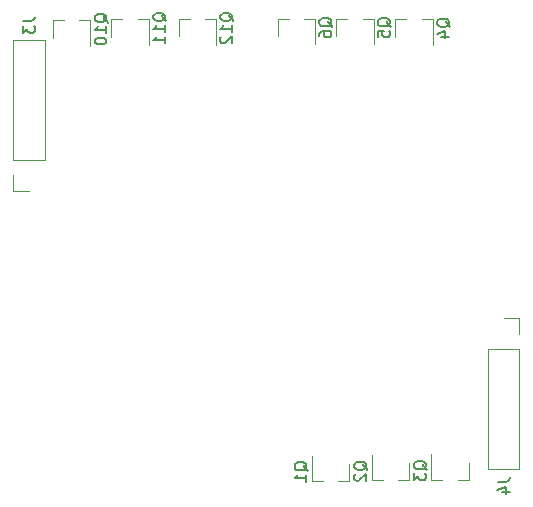
<source format=gbr>
G04 #@! TF.GenerationSoftware,KiCad,Pcbnew,5.0.1*
G04 #@! TF.CreationDate,2019-01-05T16:33:49+01:00*
G04 #@! TF.ProjectId,sensor_board-led,73656E736F725F626F6172642D6C6564,V1.2*
G04 #@! TF.SameCoordinates,Original*
G04 #@! TF.FileFunction,Legend,Bot*
G04 #@! TF.FilePolarity,Positive*
%FSLAX46Y46*%
G04 Gerber Fmt 4.6, Leading zero omitted, Abs format (unit mm)*
G04 Created by KiCad (PCBNEW 5.0.1) date Sat 05 Jan 2019 04:33:49 PM CET*
%MOMM*%
%LPD*%
G01*
G04 APERTURE LIST*
%ADD10C,0.120000*%
%ADD11C,0.150000*%
G04 APERTURE END LIST*
D10*
G04 #@! TO.C,J3*
X29924700Y-44687800D02*
X31254700Y-44687800D01*
X29924700Y-43357800D02*
X29924700Y-44687800D01*
X29924700Y-42087800D02*
X32584700Y-42087800D01*
X32584700Y-42087800D02*
X32584700Y-31867800D01*
X29924700Y-42087800D02*
X29924700Y-31867800D01*
X29924700Y-31867800D02*
X32584700Y-31867800D01*
G04 #@! TO.C,J4*
X72767500Y-68259000D02*
X70107500Y-68259000D01*
X72767500Y-58039000D02*
X72767500Y-68259000D01*
X70107500Y-58039000D02*
X70107500Y-68259000D01*
X72767500Y-58039000D02*
X70107500Y-58039000D01*
X72767500Y-56769000D02*
X72767500Y-55439000D01*
X72767500Y-55439000D02*
X71437500Y-55439000D01*
G04 #@! TO.C,Q1*
X58361300Y-69243340D02*
X58361300Y-67783340D01*
X55201300Y-69243340D02*
X55201300Y-67083340D01*
X55201300Y-69243340D02*
X56131300Y-69243340D01*
X58361300Y-69243340D02*
X57431300Y-69243340D01*
G04 #@! TO.C,Q2*
X63411300Y-69193340D02*
X62481300Y-69193340D01*
X60251300Y-69193340D02*
X61181300Y-69193340D01*
X60251300Y-69193340D02*
X60251300Y-67033340D01*
X63411300Y-69193340D02*
X63411300Y-67733340D01*
G04 #@! TO.C,Q3*
X68463000Y-69143340D02*
X68463000Y-67683340D01*
X65303000Y-69143340D02*
X65303000Y-66983340D01*
X65303000Y-69143340D02*
X66233000Y-69143340D01*
X68463000Y-69143340D02*
X67533000Y-69143340D01*
G04 #@! TO.C,Q4*
X62262900Y-30151800D02*
X62262900Y-31611800D01*
X65422900Y-30151800D02*
X65422900Y-32311800D01*
X65422900Y-30151800D02*
X64492900Y-30151800D01*
X62262900Y-30151800D02*
X63192900Y-30151800D01*
G04 #@! TO.C,Q5*
X57254180Y-30121600D02*
X58184180Y-30121600D01*
X60414180Y-30121600D02*
X59484180Y-30121600D01*
X60414180Y-30121600D02*
X60414180Y-32281600D01*
X57254180Y-30121600D02*
X57254180Y-31581600D01*
G04 #@! TO.C,Q6*
X52303000Y-30121320D02*
X52303000Y-31581320D01*
X55463000Y-30121320D02*
X55463000Y-32281320D01*
X55463000Y-30121320D02*
X54533000Y-30121320D01*
X52303000Y-30121320D02*
X53233000Y-30121320D01*
G04 #@! TO.C,Q10*
X33268800Y-30238160D02*
X34198800Y-30238160D01*
X36428800Y-30238160D02*
X35498800Y-30238160D01*
X36428800Y-30238160D02*
X36428800Y-32398160D01*
X33268800Y-30238160D02*
X33268800Y-31698160D01*
G04 #@! TO.C,Q11*
X38211640Y-30149260D02*
X38211640Y-31609260D01*
X41371640Y-30149260D02*
X41371640Y-32309260D01*
X41371640Y-30149260D02*
X40441640Y-30149260D01*
X38211640Y-30149260D02*
X39141640Y-30149260D01*
G04 #@! TO.C,Q12*
X43911600Y-30141540D02*
X44841600Y-30141540D01*
X47071600Y-30141540D02*
X46141600Y-30141540D01*
X47071600Y-30141540D02*
X47071600Y-32301540D01*
X43911600Y-30141540D02*
X43911600Y-31601540D01*
G04 #@! TO.C,J3*
D11*
X30735380Y-30298266D02*
X31449666Y-30298266D01*
X31592523Y-30250647D01*
X31687761Y-30155409D01*
X31735380Y-30012552D01*
X31735380Y-29917314D01*
X30735380Y-30679219D02*
X30735380Y-31298266D01*
X31116333Y-30964933D01*
X31116333Y-31107790D01*
X31163952Y-31203028D01*
X31211571Y-31250647D01*
X31306809Y-31298266D01*
X31544904Y-31298266D01*
X31640142Y-31250647D01*
X31687761Y-31203028D01*
X31735380Y-31107790D01*
X31735380Y-30822076D01*
X31687761Y-30726838D01*
X31640142Y-30679219D01*
G04 #@! TO.C,J4*
X70935380Y-69298266D02*
X71649666Y-69298266D01*
X71792523Y-69250647D01*
X71887761Y-69155409D01*
X71935380Y-69012552D01*
X71935380Y-68917314D01*
X71268714Y-70203028D02*
X71935380Y-70203028D01*
X70887761Y-69964933D02*
X71602047Y-69726838D01*
X71602047Y-70345885D01*
G04 #@! TO.C,Q1*
X54828919Y-68388101D02*
X54781300Y-68292863D01*
X54686061Y-68197625D01*
X54543204Y-68054768D01*
X54495585Y-67959530D01*
X54495585Y-67864292D01*
X54733680Y-67911911D02*
X54686061Y-67816673D01*
X54590823Y-67721435D01*
X54400347Y-67673816D01*
X54067014Y-67673816D01*
X53876538Y-67721435D01*
X53781300Y-67816673D01*
X53733680Y-67911911D01*
X53733680Y-68102387D01*
X53781300Y-68197625D01*
X53876538Y-68292863D01*
X54067014Y-68340482D01*
X54400347Y-68340482D01*
X54590823Y-68292863D01*
X54686061Y-68197625D01*
X54733680Y-68102387D01*
X54733680Y-67911911D01*
X54733680Y-69292863D02*
X54733680Y-68721435D01*
X54733680Y-69007149D02*
X53733680Y-69007149D01*
X53876538Y-68911911D01*
X53971776Y-68816673D01*
X54019395Y-68721435D01*
G04 #@! TO.C,Q2*
X59878919Y-68338101D02*
X59831300Y-68242863D01*
X59736061Y-68147625D01*
X59593204Y-68004768D01*
X59545585Y-67909530D01*
X59545585Y-67814292D01*
X59783680Y-67861911D02*
X59736061Y-67766673D01*
X59640823Y-67671435D01*
X59450347Y-67623816D01*
X59117014Y-67623816D01*
X58926538Y-67671435D01*
X58831300Y-67766673D01*
X58783680Y-67861911D01*
X58783680Y-68052387D01*
X58831300Y-68147625D01*
X58926538Y-68242863D01*
X59117014Y-68290482D01*
X59450347Y-68290482D01*
X59640823Y-68242863D01*
X59736061Y-68147625D01*
X59783680Y-68052387D01*
X59783680Y-67861911D01*
X58878919Y-68671435D02*
X58831300Y-68719054D01*
X58783680Y-68814292D01*
X58783680Y-69052387D01*
X58831300Y-69147625D01*
X58878919Y-69195244D01*
X58974157Y-69242863D01*
X59069395Y-69242863D01*
X59212252Y-69195244D01*
X59783680Y-68623816D01*
X59783680Y-69242863D01*
G04 #@! TO.C,Q3*
X64930619Y-68288101D02*
X64883000Y-68192863D01*
X64787761Y-68097625D01*
X64644904Y-67954768D01*
X64597285Y-67859530D01*
X64597285Y-67764292D01*
X64835380Y-67811911D02*
X64787761Y-67716673D01*
X64692523Y-67621435D01*
X64502047Y-67573816D01*
X64168714Y-67573816D01*
X63978238Y-67621435D01*
X63883000Y-67716673D01*
X63835380Y-67811911D01*
X63835380Y-68002387D01*
X63883000Y-68097625D01*
X63978238Y-68192863D01*
X64168714Y-68240482D01*
X64502047Y-68240482D01*
X64692523Y-68192863D01*
X64787761Y-68097625D01*
X64835380Y-68002387D01*
X64835380Y-67811911D01*
X63835380Y-68573816D02*
X63835380Y-69192863D01*
X64216333Y-68859530D01*
X64216333Y-69002387D01*
X64263952Y-69097625D01*
X64311571Y-69145244D01*
X64406809Y-69192863D01*
X64644904Y-69192863D01*
X64740142Y-69145244D01*
X64787761Y-69097625D01*
X64835380Y-69002387D01*
X64835380Y-68716673D01*
X64787761Y-68621435D01*
X64740142Y-68573816D01*
G04 #@! TO.C,Q4*
X66890519Y-30816561D02*
X66842900Y-30721323D01*
X66747661Y-30626085D01*
X66604804Y-30483228D01*
X66557185Y-30387990D01*
X66557185Y-30292752D01*
X66795280Y-30340371D02*
X66747661Y-30245133D01*
X66652423Y-30149895D01*
X66461947Y-30102276D01*
X66128614Y-30102276D01*
X65938138Y-30149895D01*
X65842900Y-30245133D01*
X65795280Y-30340371D01*
X65795280Y-30530847D01*
X65842900Y-30626085D01*
X65938138Y-30721323D01*
X66128614Y-30768942D01*
X66461947Y-30768942D01*
X66652423Y-30721323D01*
X66747661Y-30626085D01*
X66795280Y-30530847D01*
X66795280Y-30340371D01*
X66128614Y-31626085D02*
X66795280Y-31626085D01*
X65747661Y-31387990D02*
X66461947Y-31149895D01*
X66461947Y-31768942D01*
G04 #@! TO.C,Q5*
X61881799Y-30786361D02*
X61834180Y-30691123D01*
X61738941Y-30595885D01*
X61596084Y-30453028D01*
X61548465Y-30357790D01*
X61548465Y-30262552D01*
X61786560Y-30310171D02*
X61738941Y-30214933D01*
X61643703Y-30119695D01*
X61453227Y-30072076D01*
X61119894Y-30072076D01*
X60929418Y-30119695D01*
X60834180Y-30214933D01*
X60786560Y-30310171D01*
X60786560Y-30500647D01*
X60834180Y-30595885D01*
X60929418Y-30691123D01*
X61119894Y-30738742D01*
X61453227Y-30738742D01*
X61643703Y-30691123D01*
X61738941Y-30595885D01*
X61786560Y-30500647D01*
X61786560Y-30310171D01*
X60786560Y-31643504D02*
X60786560Y-31167314D01*
X61262751Y-31119695D01*
X61215132Y-31167314D01*
X61167513Y-31262552D01*
X61167513Y-31500647D01*
X61215132Y-31595885D01*
X61262751Y-31643504D01*
X61357989Y-31691123D01*
X61596084Y-31691123D01*
X61691322Y-31643504D01*
X61738941Y-31595885D01*
X61786560Y-31500647D01*
X61786560Y-31262552D01*
X61738941Y-31167314D01*
X61691322Y-31119695D01*
G04 #@! TO.C,Q6*
X56930619Y-30786081D02*
X56883000Y-30690843D01*
X56787761Y-30595605D01*
X56644904Y-30452748D01*
X56597285Y-30357510D01*
X56597285Y-30262272D01*
X56835380Y-30309891D02*
X56787761Y-30214653D01*
X56692523Y-30119415D01*
X56502047Y-30071796D01*
X56168714Y-30071796D01*
X55978238Y-30119415D01*
X55883000Y-30214653D01*
X55835380Y-30309891D01*
X55835380Y-30500367D01*
X55883000Y-30595605D01*
X55978238Y-30690843D01*
X56168714Y-30738462D01*
X56502047Y-30738462D01*
X56692523Y-30690843D01*
X56787761Y-30595605D01*
X56835380Y-30500367D01*
X56835380Y-30309891D01*
X55835380Y-31595605D02*
X55835380Y-31405129D01*
X55883000Y-31309891D01*
X55930619Y-31262272D01*
X56073476Y-31167034D01*
X56263952Y-31119415D01*
X56644904Y-31119415D01*
X56740142Y-31167034D01*
X56787761Y-31214653D01*
X56835380Y-31309891D01*
X56835380Y-31500367D01*
X56787761Y-31595605D01*
X56740142Y-31643224D01*
X56644904Y-31690843D01*
X56406809Y-31690843D01*
X56311571Y-31643224D01*
X56263952Y-31595605D01*
X56216333Y-31500367D01*
X56216333Y-31309891D01*
X56263952Y-31214653D01*
X56311571Y-31167034D01*
X56406809Y-31119415D01*
G04 #@! TO.C,Q10*
X37896419Y-30426731D02*
X37848800Y-30331493D01*
X37753561Y-30236255D01*
X37610704Y-30093398D01*
X37563085Y-29998160D01*
X37563085Y-29902921D01*
X37801180Y-29950540D02*
X37753561Y-29855302D01*
X37658323Y-29760064D01*
X37467847Y-29712445D01*
X37134514Y-29712445D01*
X36944038Y-29760064D01*
X36848800Y-29855302D01*
X36801180Y-29950540D01*
X36801180Y-30141017D01*
X36848800Y-30236255D01*
X36944038Y-30331493D01*
X37134514Y-30379112D01*
X37467847Y-30379112D01*
X37658323Y-30331493D01*
X37753561Y-30236255D01*
X37801180Y-30141017D01*
X37801180Y-29950540D01*
X37801180Y-31331493D02*
X37801180Y-30760064D01*
X37801180Y-31045779D02*
X36801180Y-31045779D01*
X36944038Y-30950540D01*
X37039276Y-30855302D01*
X37086895Y-30760064D01*
X36801180Y-31950540D02*
X36801180Y-32045779D01*
X36848800Y-32141017D01*
X36896419Y-32188636D01*
X36991657Y-32236255D01*
X37182133Y-32283874D01*
X37420228Y-32283874D01*
X37610704Y-32236255D01*
X37705942Y-32188636D01*
X37753561Y-32141017D01*
X37801180Y-32045779D01*
X37801180Y-31950540D01*
X37753561Y-31855302D01*
X37705942Y-31807683D01*
X37610704Y-31760064D01*
X37420228Y-31712445D01*
X37182133Y-31712445D01*
X36991657Y-31760064D01*
X36896419Y-31807683D01*
X36848800Y-31855302D01*
X36801180Y-31950540D01*
G04 #@! TO.C,Q11*
X42839259Y-30337831D02*
X42791640Y-30242593D01*
X42696401Y-30147355D01*
X42553544Y-30004498D01*
X42505925Y-29909260D01*
X42505925Y-29814021D01*
X42744020Y-29861640D02*
X42696401Y-29766402D01*
X42601163Y-29671164D01*
X42410687Y-29623545D01*
X42077354Y-29623545D01*
X41886878Y-29671164D01*
X41791640Y-29766402D01*
X41744020Y-29861640D01*
X41744020Y-30052117D01*
X41791640Y-30147355D01*
X41886878Y-30242593D01*
X42077354Y-30290212D01*
X42410687Y-30290212D01*
X42601163Y-30242593D01*
X42696401Y-30147355D01*
X42744020Y-30052117D01*
X42744020Y-29861640D01*
X42744020Y-31242593D02*
X42744020Y-30671164D01*
X42744020Y-30956879D02*
X41744020Y-30956879D01*
X41886878Y-30861640D01*
X41982116Y-30766402D01*
X42029735Y-30671164D01*
X42744020Y-32194974D02*
X42744020Y-31623545D01*
X42744020Y-31909260D02*
X41744020Y-31909260D01*
X41886878Y-31814021D01*
X41982116Y-31718783D01*
X42029735Y-31623545D01*
G04 #@! TO.C,Q12*
X48539219Y-30330111D02*
X48491600Y-30234873D01*
X48396361Y-30139635D01*
X48253504Y-29996778D01*
X48205885Y-29901540D01*
X48205885Y-29806301D01*
X48443980Y-29853920D02*
X48396361Y-29758682D01*
X48301123Y-29663444D01*
X48110647Y-29615825D01*
X47777314Y-29615825D01*
X47586838Y-29663444D01*
X47491600Y-29758682D01*
X47443980Y-29853920D01*
X47443980Y-30044397D01*
X47491600Y-30139635D01*
X47586838Y-30234873D01*
X47777314Y-30282492D01*
X48110647Y-30282492D01*
X48301123Y-30234873D01*
X48396361Y-30139635D01*
X48443980Y-30044397D01*
X48443980Y-29853920D01*
X48443980Y-31234873D02*
X48443980Y-30663444D01*
X48443980Y-30949159D02*
X47443980Y-30949159D01*
X47586838Y-30853920D01*
X47682076Y-30758682D01*
X47729695Y-30663444D01*
X47539219Y-31615825D02*
X47491600Y-31663444D01*
X47443980Y-31758682D01*
X47443980Y-31996778D01*
X47491600Y-32092016D01*
X47539219Y-32139635D01*
X47634457Y-32187254D01*
X47729695Y-32187254D01*
X47872552Y-32139635D01*
X48443980Y-31568206D01*
X48443980Y-32187254D01*
G04 #@! TD*
M02*

</source>
